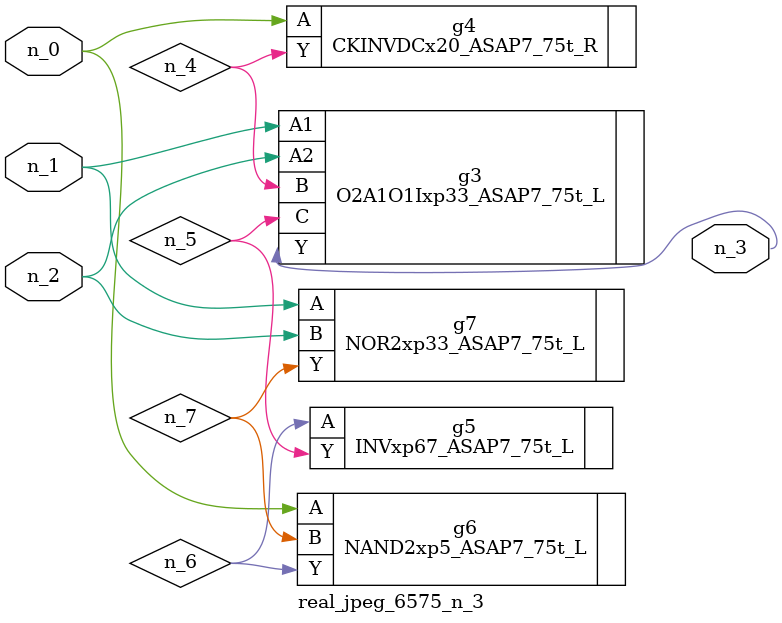
<source format=v>
module real_jpeg_6575_n_3 (n_1, n_0, n_2, n_3);

input n_1;
input n_0;
input n_2;

output n_3;

wire n_5;
wire n_4;
wire n_6;
wire n_7;

CKINVDCx20_ASAP7_75t_R g4 ( 
.A(n_0),
.Y(n_4)
);

NAND2xp5_ASAP7_75t_L g6 ( 
.A(n_0),
.B(n_7),
.Y(n_6)
);

O2A1O1Ixp33_ASAP7_75t_L g3 ( 
.A1(n_1),
.A2(n_2),
.B(n_4),
.C(n_5),
.Y(n_3)
);

NOR2xp33_ASAP7_75t_L g7 ( 
.A(n_1),
.B(n_2),
.Y(n_7)
);

INVxp67_ASAP7_75t_L g5 ( 
.A(n_6),
.Y(n_5)
);


endmodule
</source>
